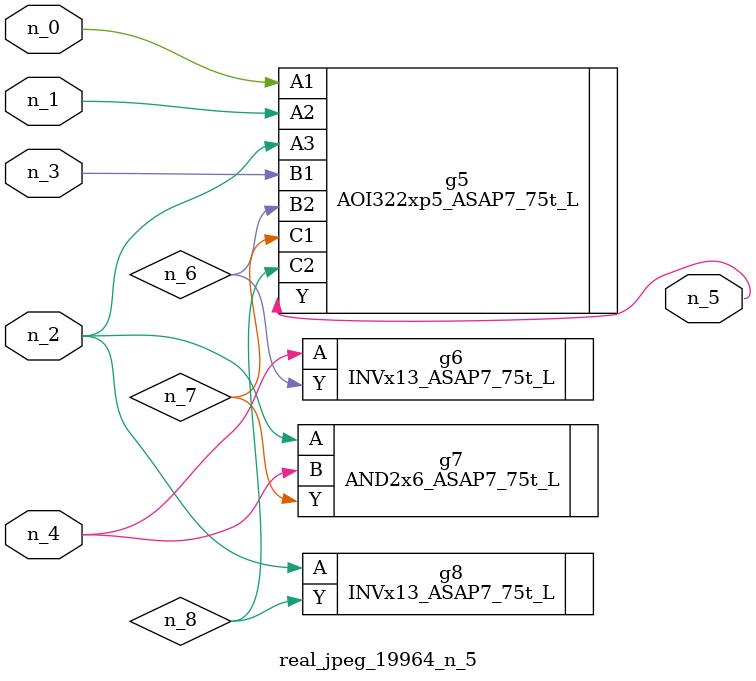
<source format=v>
module real_jpeg_19964_n_5 (n_4, n_0, n_1, n_2, n_3, n_5);

input n_4;
input n_0;
input n_1;
input n_2;
input n_3;

output n_5;

wire n_8;
wire n_6;
wire n_7;

AOI322xp5_ASAP7_75t_L g5 ( 
.A1(n_0),
.A2(n_1),
.A3(n_2),
.B1(n_3),
.B2(n_6),
.C1(n_7),
.C2(n_8),
.Y(n_5)
);

AND2x6_ASAP7_75t_L g7 ( 
.A(n_2),
.B(n_4),
.Y(n_7)
);

INVx13_ASAP7_75t_L g8 ( 
.A(n_2),
.Y(n_8)
);

INVx13_ASAP7_75t_L g6 ( 
.A(n_4),
.Y(n_6)
);


endmodule
</source>
